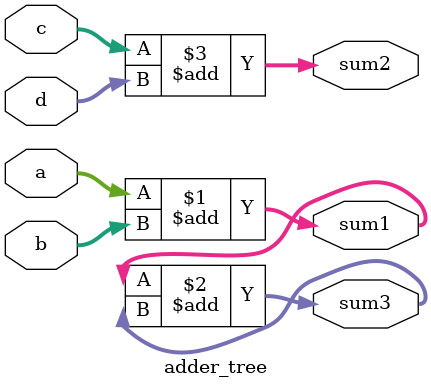
<source format=v>
module adder_tree (
    input [3:0] a,
    input [3:0] b,
    input [7:0] c,
    input [7:0] d,
    output [4:0] sum1,
    output [8:0] sum2,
    output [9:0] sum3
);
    assign sum1 = a + b ;
    assign sum3 = sum1 + sum3 ;
    assign sum2 = c + d ;
    
endmodule
</source>
